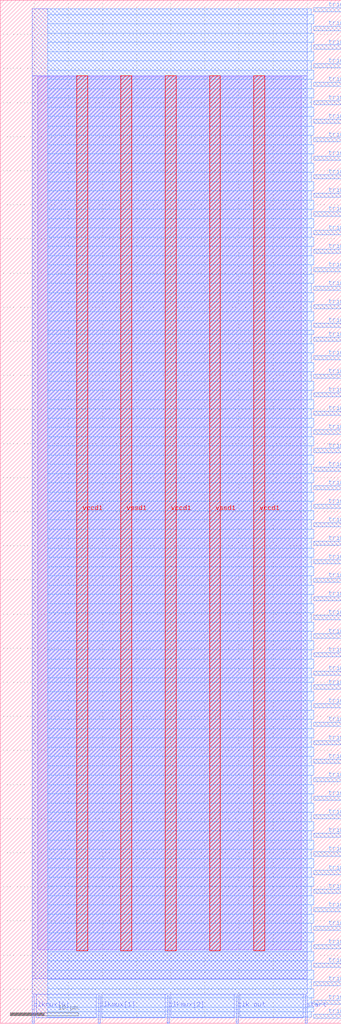
<source format=lef>
VERSION 5.7 ;
  NOWIREEXTENSIONATPIN ON ;
  DIVIDERCHAR "/" ;
  BUSBITCHARS "[]" ;
MACRO collapsering_macro
  CLASS BLOCK ;
  FOREIGN collapsering_macro ;
  ORIGIN 0.000 0.000 ;
  SIZE 50.000 BY 150.000 ;
  PIN clk_out
    DIRECTION OUTPUT TRISTATE ;
    USE SIGNAL ;
    PORT
      LAYER met2 ;
        RECT 34.590 0.000 34.870 4.000 ;
    END
  END clk_out
  PIN clkmux[0]
    DIRECTION INPUT ;
    USE SIGNAL ;
    PORT
      LAYER met2 ;
        RECT 4.690 0.000 4.970 4.000 ;
    END
  END clkmux[0]
  PIN clkmux[1]
    DIRECTION INPUT ;
    USE SIGNAL ;
    PORT
      LAYER met2 ;
        RECT 14.350 0.000 14.630 4.000 ;
    END
  END clkmux[1]
  PIN clkmux[2]
    DIRECTION INPUT ;
    USE SIGNAL ;
    PORT
      LAYER met2 ;
        RECT 24.470 0.000 24.750 4.000 ;
    END
  END clkmux[2]
  PIN start
    DIRECTION INPUT ;
    USE SIGNAL ;
    PORT
      LAYER met2 ;
        RECT 44.710 0.000 44.990 4.000 ;
    END
  END start
  PIN trim_a[0]
    DIRECTION INPUT ;
    USE SIGNAL ;
    PORT
      LAYER met3 ;
        RECT 46.000 0.720 50.000 1.320 ;
    END
  END trim_a[0]
  PIN trim_a[10]
    DIRECTION INPUT ;
    USE SIGNAL ;
    PORT
      LAYER met3 ;
        RECT 46.000 27.240 50.000 27.840 ;
    END
  END trim_a[10]
  PIN trim_a[11]
    DIRECTION INPUT ;
    USE SIGNAL ;
    PORT
      LAYER met3 ;
        RECT 46.000 29.960 50.000 30.560 ;
    END
  END trim_a[11]
  PIN trim_a[12]
    DIRECTION INPUT ;
    USE SIGNAL ;
    PORT
      LAYER met3 ;
        RECT 46.000 32.680 50.000 33.280 ;
    END
  END trim_a[12]
  PIN trim_a[13]
    DIRECTION INPUT ;
    USE SIGNAL ;
    PORT
      LAYER met3 ;
        RECT 46.000 35.400 50.000 36.000 ;
    END
  END trim_a[13]
  PIN trim_a[14]
    DIRECTION INPUT ;
    USE SIGNAL ;
    PORT
      LAYER met3 ;
        RECT 46.000 38.120 50.000 38.720 ;
    END
  END trim_a[14]
  PIN trim_a[15]
    DIRECTION INPUT ;
    USE SIGNAL ;
    PORT
      LAYER met3 ;
        RECT 46.000 40.840 50.000 41.440 ;
    END
  END trim_a[15]
  PIN trim_a[16]
    DIRECTION INPUT ;
    USE SIGNAL ;
    PORT
      LAYER met3 ;
        RECT 46.000 43.560 50.000 44.160 ;
    END
  END trim_a[16]
  PIN trim_a[17]
    DIRECTION INPUT ;
    USE SIGNAL ;
    PORT
      LAYER met3 ;
        RECT 46.000 46.280 50.000 46.880 ;
    END
  END trim_a[17]
  PIN trim_a[18]
    DIRECTION INPUT ;
    USE SIGNAL ;
    PORT
      LAYER met3 ;
        RECT 46.000 49.000 50.000 49.600 ;
    END
  END trim_a[18]
  PIN trim_a[19]
    DIRECTION INPUT ;
    USE SIGNAL ;
    PORT
      LAYER met3 ;
        RECT 46.000 51.040 50.000 51.640 ;
    END
  END trim_a[19]
  PIN trim_a[1]
    DIRECTION INPUT ;
    USE SIGNAL ;
    PORT
      LAYER met3 ;
        RECT 46.000 2.760 50.000 3.360 ;
    END
  END trim_a[1]
  PIN trim_a[20]
    DIRECTION INPUT ;
    USE SIGNAL ;
    PORT
      LAYER met3 ;
        RECT 46.000 53.760 50.000 54.360 ;
    END
  END trim_a[20]
  PIN trim_a[21]
    DIRECTION INPUT ;
    USE SIGNAL ;
    PORT
      LAYER met3 ;
        RECT 46.000 56.480 50.000 57.080 ;
    END
  END trim_a[21]
  PIN trim_a[22]
    DIRECTION INPUT ;
    USE SIGNAL ;
    PORT
      LAYER met3 ;
        RECT 46.000 59.200 50.000 59.800 ;
    END
  END trim_a[22]
  PIN trim_a[23]
    DIRECTION INPUT ;
    USE SIGNAL ;
    PORT
      LAYER met3 ;
        RECT 46.000 61.920 50.000 62.520 ;
    END
  END trim_a[23]
  PIN trim_a[24]
    DIRECTION INPUT ;
    USE SIGNAL ;
    PORT
      LAYER met3 ;
        RECT 46.000 64.640 50.000 65.240 ;
    END
  END trim_a[24]
  PIN trim_a[25]
    DIRECTION INPUT ;
    USE SIGNAL ;
    PORT
      LAYER met3 ;
        RECT 46.000 67.360 50.000 67.960 ;
    END
  END trim_a[25]
  PIN trim_a[26]
    DIRECTION INPUT ;
    USE SIGNAL ;
    PORT
      LAYER met3 ;
        RECT 46.000 70.080 50.000 70.680 ;
    END
  END trim_a[26]
  PIN trim_a[27]
    DIRECTION INPUT ;
    USE SIGNAL ;
    PORT
      LAYER met3 ;
        RECT 46.000 72.800 50.000 73.400 ;
    END
  END trim_a[27]
  PIN trim_a[2]
    DIRECTION INPUT ;
    USE SIGNAL ;
    PORT
      LAYER met3 ;
        RECT 46.000 5.480 50.000 6.080 ;
    END
  END trim_a[2]
  PIN trim_a[3]
    DIRECTION INPUT ;
    USE SIGNAL ;
    PORT
      LAYER met3 ;
        RECT 46.000 8.200 50.000 8.800 ;
    END
  END trim_a[3]
  PIN trim_a[4]
    DIRECTION INPUT ;
    USE SIGNAL ;
    PORT
      LAYER met3 ;
        RECT 46.000 10.920 50.000 11.520 ;
    END
  END trim_a[4]
  PIN trim_a[5]
    DIRECTION INPUT ;
    USE SIGNAL ;
    PORT
      LAYER met3 ;
        RECT 46.000 13.640 50.000 14.240 ;
    END
  END trim_a[5]
  PIN trim_a[6]
    DIRECTION INPUT ;
    USE SIGNAL ;
    PORT
      LAYER met3 ;
        RECT 46.000 16.360 50.000 16.960 ;
    END
  END trim_a[6]
  PIN trim_a[7]
    DIRECTION INPUT ;
    USE SIGNAL ;
    PORT
      LAYER met3 ;
        RECT 46.000 19.080 50.000 19.680 ;
    END
  END trim_a[7]
  PIN trim_a[8]
    DIRECTION INPUT ;
    USE SIGNAL ;
    PORT
      LAYER met3 ;
        RECT 46.000 21.800 50.000 22.400 ;
    END
  END trim_a[8]
  PIN trim_a[9]
    DIRECTION INPUT ;
    USE SIGNAL ;
    PORT
      LAYER met3 ;
        RECT 46.000 24.520 50.000 25.120 ;
    END
  END trim_a[9]
  PIN trim_b[0]
    DIRECTION INPUT ;
    USE SIGNAL ;
    PORT
      LAYER met3 ;
        RECT 46.000 75.520 50.000 76.120 ;
    END
  END trim_b[0]
  PIN trim_b[10]
    DIRECTION INPUT ;
    USE SIGNAL ;
    PORT
      LAYER met3 ;
        RECT 46.000 102.040 50.000 102.640 ;
    END
  END trim_b[10]
  PIN trim_b[11]
    DIRECTION INPUT ;
    USE SIGNAL ;
    PORT
      LAYER met3 ;
        RECT 46.000 104.760 50.000 105.360 ;
    END
  END trim_b[11]
  PIN trim_b[12]
    DIRECTION INPUT ;
    USE SIGNAL ;
    PORT
      LAYER met3 ;
        RECT 46.000 107.480 50.000 108.080 ;
    END
  END trim_b[12]
  PIN trim_b[13]
    DIRECTION INPUT ;
    USE SIGNAL ;
    PORT
      LAYER met3 ;
        RECT 46.000 110.200 50.000 110.800 ;
    END
  END trim_b[13]
  PIN trim_b[14]
    DIRECTION INPUT ;
    USE SIGNAL ;
    PORT
      LAYER met3 ;
        RECT 46.000 112.920 50.000 113.520 ;
    END
  END trim_b[14]
  PIN trim_b[15]
    DIRECTION INPUT ;
    USE SIGNAL ;
    PORT
      LAYER met3 ;
        RECT 46.000 115.640 50.000 116.240 ;
    END
  END trim_b[15]
  PIN trim_b[16]
    DIRECTION INPUT ;
    USE SIGNAL ;
    PORT
      LAYER met3 ;
        RECT 46.000 118.360 50.000 118.960 ;
    END
  END trim_b[16]
  PIN trim_b[17]
    DIRECTION INPUT ;
    USE SIGNAL ;
    PORT
      LAYER met3 ;
        RECT 46.000 121.080 50.000 121.680 ;
    END
  END trim_b[17]
  PIN trim_b[18]
    DIRECTION INPUT ;
    USE SIGNAL ;
    PORT
      LAYER met3 ;
        RECT 46.000 123.800 50.000 124.400 ;
    END
  END trim_b[18]
  PIN trim_b[19]
    DIRECTION INPUT ;
    USE SIGNAL ;
    PORT
      LAYER met3 ;
        RECT 46.000 126.520 50.000 127.120 ;
    END
  END trim_b[19]
  PIN trim_b[1]
    DIRECTION INPUT ;
    USE SIGNAL ;
    PORT
      LAYER met3 ;
        RECT 46.000 78.240 50.000 78.840 ;
    END
  END trim_b[1]
  PIN trim_b[20]
    DIRECTION INPUT ;
    USE SIGNAL ;
    PORT
      LAYER met3 ;
        RECT 46.000 129.240 50.000 129.840 ;
    END
  END trim_b[20]
  PIN trim_b[21]
    DIRECTION INPUT ;
    USE SIGNAL ;
    PORT
      LAYER met3 ;
        RECT 46.000 131.960 50.000 132.560 ;
    END
  END trim_b[21]
  PIN trim_b[22]
    DIRECTION INPUT ;
    USE SIGNAL ;
    PORT
      LAYER met3 ;
        RECT 46.000 134.680 50.000 135.280 ;
    END
  END trim_b[22]
  PIN trim_b[23]
    DIRECTION INPUT ;
    USE SIGNAL ;
    PORT
      LAYER met3 ;
        RECT 46.000 137.400 50.000 138.000 ;
    END
  END trim_b[23]
  PIN trim_b[24]
    DIRECTION INPUT ;
    USE SIGNAL ;
    PORT
      LAYER met3 ;
        RECT 46.000 140.120 50.000 140.720 ;
    END
  END trim_b[24]
  PIN trim_b[25]
    DIRECTION INPUT ;
    USE SIGNAL ;
    PORT
      LAYER met3 ;
        RECT 46.000 142.840 50.000 143.440 ;
    END
  END trim_b[25]
  PIN trim_b[26]
    DIRECTION INPUT ;
    USE SIGNAL ;
    PORT
      LAYER met3 ;
        RECT 46.000 145.560 50.000 146.160 ;
    END
  END trim_b[26]
  PIN trim_b[27]
    DIRECTION INPUT ;
    USE SIGNAL ;
    PORT
      LAYER met3 ;
        RECT 46.000 148.280 50.000 148.880 ;
    END
  END trim_b[27]
  PIN trim_b[2]
    DIRECTION INPUT ;
    USE SIGNAL ;
    PORT
      LAYER met3 ;
        RECT 46.000 80.960 50.000 81.560 ;
    END
  END trim_b[2]
  PIN trim_b[3]
    DIRECTION INPUT ;
    USE SIGNAL ;
    PORT
      LAYER met3 ;
        RECT 46.000 83.680 50.000 84.280 ;
    END
  END trim_b[3]
  PIN trim_b[4]
    DIRECTION INPUT ;
    USE SIGNAL ;
    PORT
      LAYER met3 ;
        RECT 46.000 86.400 50.000 87.000 ;
    END
  END trim_b[4]
  PIN trim_b[5]
    DIRECTION INPUT ;
    USE SIGNAL ;
    PORT
      LAYER met3 ;
        RECT 46.000 89.120 50.000 89.720 ;
    END
  END trim_b[5]
  PIN trim_b[6]
    DIRECTION INPUT ;
    USE SIGNAL ;
    PORT
      LAYER met3 ;
        RECT 46.000 91.840 50.000 92.440 ;
    END
  END trim_b[6]
  PIN trim_b[7]
    DIRECTION INPUT ;
    USE SIGNAL ;
    PORT
      LAYER met3 ;
        RECT 46.000 94.560 50.000 95.160 ;
    END
  END trim_b[7]
  PIN trim_b[8]
    DIRECTION INPUT ;
    USE SIGNAL ;
    PORT
      LAYER met3 ;
        RECT 46.000 97.280 50.000 97.880 ;
    END
  END trim_b[8]
  PIN trim_b[9]
    DIRECTION INPUT ;
    USE SIGNAL ;
    PORT
      LAYER met3 ;
        RECT 46.000 100.000 50.000 100.600 ;
    END
  END trim_b[9]
  PIN vccd1
    DIRECTION INPUT ;
    USE POWER ;
    PORT
      LAYER met4 ;
        RECT 11.215 10.640 12.815 138.960 ;
    END
    PORT
      LAYER met4 ;
        RECT 24.200 10.640 25.800 138.960 ;
    END
    PORT
      LAYER met4 ;
        RECT 37.185 10.640 38.785 138.960 ;
    END
  END vccd1
  PIN vssd1
    DIRECTION INPUT ;
    USE GROUND ;
    PORT
      LAYER met4 ;
        RECT 17.705 10.640 19.305 138.960 ;
    END
    PORT
      LAYER met4 ;
        RECT 30.690 10.640 32.290 138.960 ;
    END
  END vssd1
  OBS
      LAYER li1 ;
        RECT 5.520 10.795 44.160 138.805 ;
      LAYER met1 ;
        RECT 4.670 6.500 45.010 138.960 ;
      LAYER met2 ;
        RECT 4.700 4.280 44.980 148.765 ;
        RECT 5.250 0.835 14.070 4.280 ;
        RECT 14.910 0.835 24.190 4.280 ;
        RECT 25.030 0.835 34.310 4.280 ;
        RECT 35.150 0.835 44.430 4.280 ;
      LAYER met3 ;
        RECT 6.965 147.880 45.600 148.745 ;
        RECT 6.965 146.560 46.000 147.880 ;
        RECT 6.965 145.160 45.600 146.560 ;
        RECT 6.965 143.840 46.000 145.160 ;
        RECT 6.965 142.440 45.600 143.840 ;
        RECT 6.965 141.120 46.000 142.440 ;
        RECT 6.965 139.720 45.600 141.120 ;
        RECT 6.965 138.400 46.000 139.720 ;
        RECT 6.965 137.000 45.600 138.400 ;
        RECT 6.965 135.680 46.000 137.000 ;
        RECT 6.965 134.280 45.600 135.680 ;
        RECT 6.965 132.960 46.000 134.280 ;
        RECT 6.965 131.560 45.600 132.960 ;
        RECT 6.965 130.240 46.000 131.560 ;
        RECT 6.965 128.840 45.600 130.240 ;
        RECT 6.965 127.520 46.000 128.840 ;
        RECT 6.965 126.120 45.600 127.520 ;
        RECT 6.965 124.800 46.000 126.120 ;
        RECT 6.965 123.400 45.600 124.800 ;
        RECT 6.965 122.080 46.000 123.400 ;
        RECT 6.965 120.680 45.600 122.080 ;
        RECT 6.965 119.360 46.000 120.680 ;
        RECT 6.965 117.960 45.600 119.360 ;
        RECT 6.965 116.640 46.000 117.960 ;
        RECT 6.965 115.240 45.600 116.640 ;
        RECT 6.965 113.920 46.000 115.240 ;
        RECT 6.965 112.520 45.600 113.920 ;
        RECT 6.965 111.200 46.000 112.520 ;
        RECT 6.965 109.800 45.600 111.200 ;
        RECT 6.965 108.480 46.000 109.800 ;
        RECT 6.965 107.080 45.600 108.480 ;
        RECT 6.965 105.760 46.000 107.080 ;
        RECT 6.965 104.360 45.600 105.760 ;
        RECT 6.965 103.040 46.000 104.360 ;
        RECT 6.965 101.640 45.600 103.040 ;
        RECT 6.965 101.000 46.000 101.640 ;
        RECT 6.965 99.600 45.600 101.000 ;
        RECT 6.965 98.280 46.000 99.600 ;
        RECT 6.965 96.880 45.600 98.280 ;
        RECT 6.965 95.560 46.000 96.880 ;
        RECT 6.965 94.160 45.600 95.560 ;
        RECT 6.965 92.840 46.000 94.160 ;
        RECT 6.965 91.440 45.600 92.840 ;
        RECT 6.965 90.120 46.000 91.440 ;
        RECT 6.965 88.720 45.600 90.120 ;
        RECT 6.965 87.400 46.000 88.720 ;
        RECT 6.965 86.000 45.600 87.400 ;
        RECT 6.965 84.680 46.000 86.000 ;
        RECT 6.965 83.280 45.600 84.680 ;
        RECT 6.965 81.960 46.000 83.280 ;
        RECT 6.965 80.560 45.600 81.960 ;
        RECT 6.965 79.240 46.000 80.560 ;
        RECT 6.965 77.840 45.600 79.240 ;
        RECT 6.965 76.520 46.000 77.840 ;
        RECT 6.965 75.120 45.600 76.520 ;
        RECT 6.965 73.800 46.000 75.120 ;
        RECT 6.965 72.400 45.600 73.800 ;
        RECT 6.965 71.080 46.000 72.400 ;
        RECT 6.965 69.680 45.600 71.080 ;
        RECT 6.965 68.360 46.000 69.680 ;
        RECT 6.965 66.960 45.600 68.360 ;
        RECT 6.965 65.640 46.000 66.960 ;
        RECT 6.965 64.240 45.600 65.640 ;
        RECT 6.965 62.920 46.000 64.240 ;
        RECT 6.965 61.520 45.600 62.920 ;
        RECT 6.965 60.200 46.000 61.520 ;
        RECT 6.965 58.800 45.600 60.200 ;
        RECT 6.965 57.480 46.000 58.800 ;
        RECT 6.965 56.080 45.600 57.480 ;
        RECT 6.965 54.760 46.000 56.080 ;
        RECT 6.965 53.360 45.600 54.760 ;
        RECT 6.965 52.040 46.000 53.360 ;
        RECT 6.965 50.640 45.600 52.040 ;
        RECT 6.965 50.000 46.000 50.640 ;
        RECT 6.965 48.600 45.600 50.000 ;
        RECT 6.965 47.280 46.000 48.600 ;
        RECT 6.965 45.880 45.600 47.280 ;
        RECT 6.965 44.560 46.000 45.880 ;
        RECT 6.965 43.160 45.600 44.560 ;
        RECT 6.965 41.840 46.000 43.160 ;
        RECT 6.965 40.440 45.600 41.840 ;
        RECT 6.965 39.120 46.000 40.440 ;
        RECT 6.965 37.720 45.600 39.120 ;
        RECT 6.965 36.400 46.000 37.720 ;
        RECT 6.965 35.000 45.600 36.400 ;
        RECT 6.965 33.680 46.000 35.000 ;
        RECT 6.965 32.280 45.600 33.680 ;
        RECT 6.965 30.960 46.000 32.280 ;
        RECT 6.965 29.560 45.600 30.960 ;
        RECT 6.965 28.240 46.000 29.560 ;
        RECT 6.965 26.840 45.600 28.240 ;
        RECT 6.965 25.520 46.000 26.840 ;
        RECT 6.965 24.120 45.600 25.520 ;
        RECT 6.965 22.800 46.000 24.120 ;
        RECT 6.965 21.400 45.600 22.800 ;
        RECT 6.965 20.080 46.000 21.400 ;
        RECT 6.965 18.680 45.600 20.080 ;
        RECT 6.965 17.360 46.000 18.680 ;
        RECT 6.965 15.960 45.600 17.360 ;
        RECT 6.965 14.640 46.000 15.960 ;
        RECT 6.965 13.240 45.600 14.640 ;
        RECT 6.965 11.920 46.000 13.240 ;
        RECT 6.965 10.520 45.600 11.920 ;
        RECT 6.965 9.200 46.000 10.520 ;
        RECT 6.965 7.800 45.600 9.200 ;
        RECT 6.965 6.480 46.000 7.800 ;
        RECT 6.965 5.080 45.600 6.480 ;
        RECT 6.965 3.760 46.000 5.080 ;
        RECT 6.965 2.360 45.600 3.760 ;
        RECT 6.965 1.720 46.000 2.360 ;
        RECT 6.965 0.855 45.600 1.720 ;
  END
END collapsering_macro
END LIBRARY


</source>
